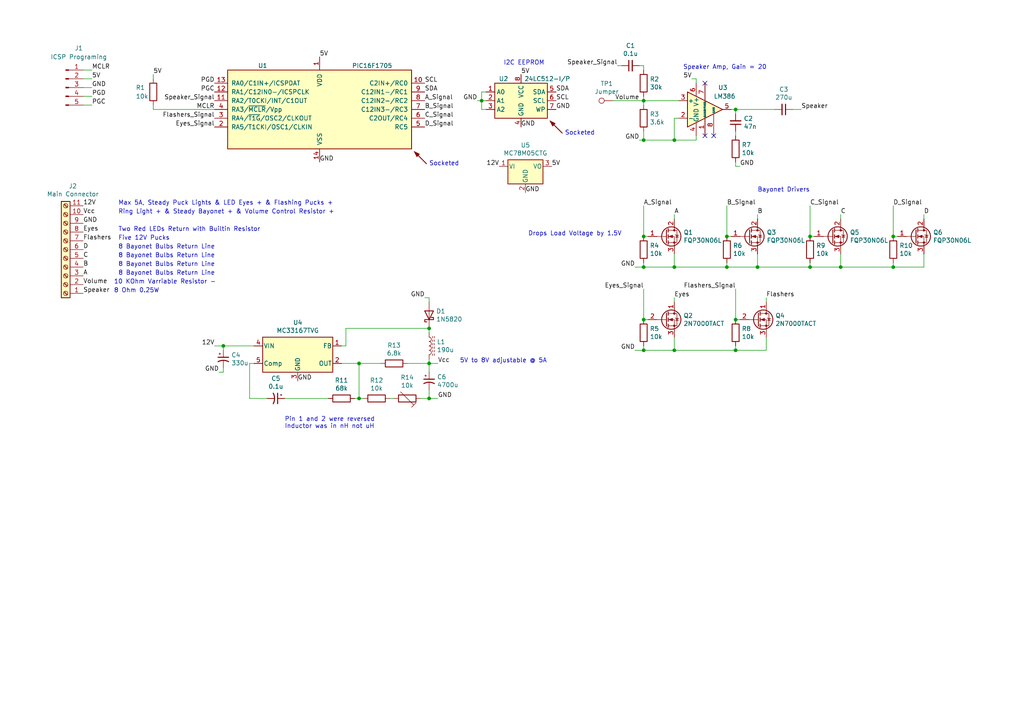
<source format=kicad_sch>
(kicad_sch (version 20231120) (generator "eeschema") (generator_version "8.0")
  (paper "A4")
  (lib_symbols
    (symbol "Amplifier_Audio:LM386" (pin_names (offset 0.127))
      (property "Reference" "U" (at 1.27 7.62 0))
      (property "Value" "LM386" (at 1.27 5.08 0))
      (symbol "LM386_0_1"
        (polyline (pts (xy 5.08 0) (xy -5.08 5.08) (xy -5.08 -5.08) (xy 5.08 0)) (stroke (width 0.254)) (fill (type background)))
      )
      (symbol "LM386_1_1"
        (pin input line (at 0 -7.62 90) (length 5.08) (name "GAIN") (number "1"))
        (pin input line (at -7.62 -2.54 0) (length 2.54) (name "-") (number "2"))
        (pin input line (at -7.62 2.54 0) (length 2.54) (name "+") (number "3"))
        (pin power_in line (at -2.54 -7.62 90) (length 3.81) (name "GND") (number "4"))
        (pin output line (at 7.62 0 180) (length 2.54) (name "~") (number "5"))
        (pin power_in line (at -2.54 7.62 270) (length 3.81) (name "V+") (number "6"))
        (pin input line (at 0 7.62 270) (length 5.08) (name "BYPASS") (number "7"))
        (pin input line (at 2.54 -7.62 90) (length 6.35) (name "GAIN") (number "8"))
      )
    )
    (symbol "Connector:Screw_Terminal_01x11" (pin_names (offset 1.016) hide)
      (property "Reference" "J" (at 0 15.24 0))
      (property "Value" "Screw_Terminal_01x11" (at 0 -15.24 0))
      (symbol "Screw_Terminal_01x11_1_1"
        (rectangle (start -1.27 13.97) (end 1.27 -13.97) (stroke (width 0.254)) (fill (type background)))
        (circle (center 0 -12.7) (radius 0.635) (stroke (width 0.1524)))
        (circle (center 0 -10.16) (radius 0.635) (stroke (width 0.1524)))
        (circle (center 0 -7.62) (radius 0.635) (stroke (width 0.1524)))
        (circle (center 0 -5.08) (radius 0.635) (stroke (width 0.1524)))
        (circle (center 0 -2.54) (radius 0.635) (stroke (width 0.1524)))
        (polyline (pts (xy -0.5334 -12.3698) (xy 0.3302 -13.208)) (stroke (width 0.1524)))
        (polyline (pts (xy -0.5334 -9.8298) (xy 0.3302 -10.668)) (stroke (width 0.1524)))
        (polyline (pts (xy -0.5334 -7.2898) (xy 0.3302 -8.128)) (stroke (width 0.1524)))
        (polyline (pts (xy -0.5334 -4.7498) (xy 0.3302 -5.588)) (stroke (width 0.1524)))
        (polyline (pts (xy -0.5334 -2.2098) (xy 0.3302 -3.048)) (stroke (width 0.1524)))
        (polyline (pts (xy -0.5334 0.3302) (xy 0.3302 -0.508)) (stroke (width 0.1524)))
        (polyline (pts (xy -0.5334 2.8702) (xy 0.3302 2.032)) (stroke (width 0.1524)))
        (polyline (pts (xy -0.5334 5.4102) (xy 0.3302 4.572)) (stroke (width 0.1524)))
        (polyline (pts (xy -0.5334 7.9502) (xy 0.3302 7.112)) (stroke (width 0.1524)))
        (polyline (pts (xy -0.5334 10.4902) (xy 0.3302 9.652)) (stroke (width 0.1524)))
        (polyline (pts (xy -0.5334 13.0302) (xy 0.3302 12.192)) (stroke (width 0.1524)))
        (polyline (pts (xy -0.3556 -12.192) (xy 0.508 -13.0302)) (stroke (width 0.1524)))
        (polyline (pts (xy -0.3556 -9.652) (xy 0.508 -10.4902)) (stroke (width 0.1524)))
        (polyline (pts (xy -0.3556 -7.112) (xy 0.508 -7.9502)) (stroke (width 0.1524)))
        (polyline (pts (xy -0.3556 -4.572) (xy 0.508 -5.4102)) (stroke (width 0.1524)))
        (polyline (pts (xy -0.3556 -2.032) (xy 0.508 -2.8702)) (stroke (width 0.1524)))
        (polyline (pts (xy -0.3556 0.508) (xy 0.508 -0.3302)) (stroke (width 0.1524)))
        (polyline (pts (xy -0.3556 3.048) (xy 0.508 2.2098)) (stroke (width 0.1524)))
        (polyline (pts (xy -0.3556 5.588) (xy 0.508 4.7498)) (stroke (width 0.1524)))
        (polyline (pts (xy -0.3556 8.128) (xy 0.508 7.2898)) (stroke (width 0.1524)))
        (polyline (pts (xy -0.3556 10.668) (xy 0.508 9.8298)) (stroke (width 0.1524)))
        (polyline (pts (xy -0.3556 13.208) (xy 0.508 12.3698)) (stroke (width 0.1524)))
        (circle (center 0 0) (radius 0.635) (stroke (width 0.1524)))
        (circle (center 0 2.54) (radius 0.635) (stroke (width 0.1524)))
        (circle (center 0 5.08) (radius 0.635) (stroke (width 0.1524)))
        (circle (center 0 7.62) (radius 0.635) (stroke (width 0.1524)))
        (circle (center 0 10.16) (radius 0.635) (stroke (width 0.1524)))
        (circle (center 0 12.7) (radius 0.635) (stroke (width 0.1524)))
        (pin passive line (at -5.08 12.7 0) (length 3.81) (name "Pin_1") (number "1"))
        (pin passive line (at -5.08 -10.16 0) (length 3.81) (name "Pin_10") (number "10"))
        (pin passive line (at -5.08 -12.7 0) (length 3.81) (name "Pin_11") (number "11"))
        (pin passive line (at -5.08 10.16 0) (length 3.81) (name "Pin_2") (number "2"))
        (pin passive line (at -5.08 7.62 0) (length 3.81) (name "Pin_3") (number "3"))
        (pin passive line (at -5.08 5.08 0) (length 3.81) (name "Pin_4") (number "4"))
        (pin passive line (at -5.08 2.54 0) (length 3.81) (name "Pin_5") (number "5"))
        (pin passive line (at -5.08 0 0) (length 3.81) (name "Pin_6") (number "6"))
        (pin passive line (at -5.08 -2.54 0) (length 3.81) (name "Pin_7") (number "7"))
        (pin passive line (at -5.08 -5.08 0) (length 3.81) (name "Pin_8") (number "8"))
        (pin passive line (at -5.08 -7.62 0) (length 3.81) (name "Pin_9") (number "9"))
      )
    )
    (symbol "Connector:TestPoint" (pin_numbers hide) (pin_names (offset 0.762) hide)
      (property "Reference" "TP" (at 0 6.858 0))
      (property "Value" "TestPoint" (at 0 5.08 0))
      (symbol "TestPoint_0_1"
        (circle (center 0 3.302) (radius 0.762))
      )
      (symbol "TestPoint_1_1"
        (pin passive line (at 0 0 90) (length 2.54) (name "1") (number "1"))
      )
    )
    (symbol "Device:C_Small" (pin_numbers hide) (pin_names (offset 0.254) hide)
      (property "Reference" "C" (at 0.254 1.778 0))
      (property "Value" "C_Small" (at 0.254 -2.032 0))
      (symbol "C_Small_0_1"
        (polyline (pts (xy -1.524 -0.508) (xy 1.524 -0.508)) (stroke (width 0.3302)))
        (polyline (pts (xy -1.524 0.508) (xy 1.524 0.508)) (stroke (width 0.3048)))
      )
      (symbol "C_Small_1_1"
        (pin passive line (at 0 2.54 270) (length 2.032) (name "~") (number "1"))
        (pin passive line (at 0 -2.54 90) (length 2.032) (name "~") (number "2"))
      )
    )
    (symbol "Device:Q_NMOS_DGS" (pin_names (offset 0) hide)
      (property "Reference" "Q" (at 5.08 1.27 0))
      (property "Value" "Q_NMOS_DGS" (at 5.08 -1.27 0))
      (symbol "Q_NMOS_DGS_0_1"
        (polyline (pts (xy 0.254 0) (xy -2.54 0)))
        (polyline (pts (xy 0.254 1.905) (xy 0.254 -1.905)) (stroke (width 0.254)))
        (polyline (pts (xy 0.762 -1.27) (xy 0.762 -2.286)) (stroke (width 0.254)))
        (polyline (pts (xy 0.762 0.508) (xy 0.762 -0.508)) (stroke (width 0.254)))
        (polyline (pts (xy 0.762 2.286) (xy 0.762 1.27)) (stroke (width 0.254)))
        (polyline (pts (xy 2.54 2.54) (xy 2.54 1.778)))
        (polyline (pts (xy 2.54 -2.54) (xy 2.54 0) (xy 0.762 0)))
        (polyline (pts (xy 0.762 -1.778) (xy 3.302 -1.778) (xy 3.302 1.778) (xy 0.762 1.778)))
        (polyline (pts (xy 1.016 0) (xy 2.032 0.381) (xy 2.032 -0.381) (xy 1.016 0)) (fill (type outline)))
        (polyline (pts (xy 2.794 0.508) (xy 2.921 0.381) (xy 3.683 0.381) (xy 3.81 0.254)))
        (polyline (pts (xy 3.302 0.381) (xy 2.921 -0.254) (xy 3.683 -0.254) (xy 3.302 0.381)))
        (circle (center 1.651 0) (radius 2.794) (stroke (width 0.254)))
        (circle (center 2.54 -1.778) (radius 0.254) (fill (type outline)))
        (circle (center 2.54 1.778) (radius 0.254) (fill (type outline)))
      )
      (symbol "Q_NMOS_DGS_1_1"
        (pin passive line (at 2.54 5.08 270) (length 2.54) (name "D") (number "1"))
        (pin input line (at -5.08 0 0) (length 2.54) (name "G") (number "2"))
        (pin passive line (at 2.54 -5.08 90) (length 2.54) (name "S") (number "3"))
      )
    )
    (symbol "Device:Q_NMOS_GDS" (pin_names (offset 0) hide)
      (property "Reference" "Q" (at 5.08 1.27 0))
      (property "Value" "Q_NMOS_GDS" (at 5.08 -1.27 0))
      (symbol "Q_NMOS_GDS_0_1"
        (polyline (pts (xy 0.254 0) (xy -2.54 0)))
        (polyline (pts (xy 0.254 1.905) (xy 0.254 -1.905)) (stroke (width 0.254)))
        (polyline (pts (xy 0.762 -1.27) (xy 0.762 -2.286)) (stroke (width 0.254)))
        (polyline (pts (xy 0.762 0.508) (xy 0.762 -0.508)) (stroke (width 0.254)))
        (polyline (pts (xy 0.762 2.286) (xy 0.762 1.27)) (stroke (width 0.254)))
        (polyline (pts (xy 2.54 2.54) (xy 2.54 1.778)))
        (polyline (pts (xy 2.54 -2.54) (xy 2.54 0) (xy 0.762 0)))
        (polyline (pts (xy 0.762 -1.778) (xy 3.302 -1.778) (xy 3.302 1.778) (xy 0.762 1.778)))
        (polyline (pts (xy 1.016 0) (xy 2.032 0.381) (xy 2.032 -0.381) (xy 1.016 0)) (fill (type outline)))
        (polyline (pts (xy 2.794 0.508) (xy 2.921 0.381) (xy 3.683 0.381) (xy 3.81 0.254)))
        (polyline (pts (xy 3.302 0.381) (xy 2.921 -0.254) (xy 3.683 -0.254) (xy 3.302 0.381)))
        (circle (center 1.651 0) (radius 2.794) (stroke (width 0.254)))
        (circle (center 2.54 -1.778) (radius 0.254) (fill (type outline)))
        (circle (center 2.54 1.778) (radius 0.254) (fill (type outline)))
      )
      (symbol "Q_NMOS_GDS_1_1"
        (pin input line (at -5.08 0 0) (length 2.54) (name "G") (number "1"))
        (pin passive line (at 2.54 5.08 270) (length 2.54) (name "D") (number "2"))
        (pin passive line (at 2.54 -5.08 90) (length 2.54) (name "S") (number "3"))
      )
    )
    (symbol "Device:R" (pin_numbers hide) (pin_names (offset 0))
      (property "Reference" "R" (at 2.032 0 90))
      (property "Value" "R" (at 0 0 90))
      (symbol "R_0_1"
        (rectangle (start -1.016 -2.54) (end 1.016 2.54) (stroke (width 0.254)))
      )
      (symbol "R_1_1"
        (pin passive line (at 0 3.81 270) (length 1.27) (name "~") (number "1"))
        (pin passive line (at 0 -3.81 90) (length 1.27) (name "~") (number "2"))
      )
    )
    (symbol "Diode:1N5820" (pin_numbers hide) (pin_names (offset 1.016) hide)
      (property "Reference" "D" (at 0 2.54 0))
      (property "Value" "1N5820" (at 0 -2.54 0))
      (symbol "1N5820_0_1"
        (polyline (pts (xy 1.27 0) (xy -1.27 0)))
        (polyline (pts (xy 1.27 1.27) (xy 1.27 -1.27) (xy -1.27 0) (xy 1.27 1.27)) (stroke (width 0.254)))
        (polyline (pts (xy -1.905 0.635) (xy -1.905 1.27) (xy -1.27 1.27) (xy -1.27 -1.27) (xy -0.635 -1.27) (xy -0.635 -0.635)) (stroke (width 0.254)))
      )
      (symbol "1N5820_1_1"
        (pin passive line (at -3.81 0 0) (length 2.54) (name "K") (number "1"))
        (pin passive line (at 3.81 0 180) (length 2.54) (name "A") (number "2"))
      )
    )
    (symbol "Graphic:SYM_Arrow45_Normal" (in_bom no) (on_board no)
      (symbol "SYM_Arrow45_Normal_0_1"
        (polyline (pts (xy 1.524 -1.524) (xy -1.778 1.778)) (stroke (width 0.254)))
        (polyline (pts (xy 1.778 -1.778) (xy 0.254 -1.016) (xy 1.016 -0.254) (xy 1.778 -1.778)) (fill (type outline)))
      )
    )
    (symbol "MCU_Microchip_PIC16:PIC16F610-IP" (pin_names (offset 1.016))
      (property "Reference" "U" (at -25.4 15.24 0))
      (property "Value" "PIC16F610-IP" (at -25.4 12.7 0))
      (symbol "PIC16F610-IP_0_1"
        (rectangle (start -26.67 11.43) (end 26.67 -11.43) (stroke (width 0.254)) (fill (type background)))
      )
      (symbol "PIC16F610-IP_1_1"
        (pin power_in line (at 0 15.24 270) (length 3.81) (name "VDD") (number "1"))
        (pin bidirectional line (at 30.48 7.62 180) (length 3.81) (name "C2IN+/RC0") (number "10"))
        (pin bidirectional line (at -30.48 2.54 0) (length 3.81) (name "RA2/T0CKI/INT/C1OUT") (number "11"))
        (pin bidirectional line (at -30.48 5.08 0) (length 3.81) (name "RA1/C12IN0-/ICSPCLK") (number "12"))
        (pin bidirectional line (at -30.48 7.62 0) (length 3.81) (name "RA0/C1IN+/ICSPDAT") (number "13"))
        (pin power_in line (at 0 -15.24 90) (length 3.81) (name "VSS") (number "14"))
        (pin bidirectional line (at -30.48 -5.08 0) (length 3.81) (name "RA5/T1CKI/OSC1/CLKIN") (number "2"))
        (pin bidirectional line (at -30.48 -2.54 0) (length 3.81) (name "RA4/~{T1G}/OSC2/CLKOUT") (number "3"))
        (pin input line (at -30.48 0 0) (length 3.81) (name "RA3/~{MCLR}/Vpp") (number "4"))
        (pin bidirectional line (at 30.48 -5.08 180) (length 3.81) (name "RC5") (number "5"))
        (pin bidirectional line (at 30.48 -2.54 180) (length 3.81) (name "C2OUT/RC4") (number "6"))
        (pin bidirectional line (at 30.48 0 180) (length 3.81) (name "C12IN3-/RC3") (number "7"))
        (pin bidirectional line (at 30.48 2.54 180) (length 3.81) (name "C12IN2-/RC2") (number "8"))
        (pin bidirectional line (at 30.48 5.08 180) (length 3.81) (name "C12IN1-/RC1") (number "9"))
      )
    )
    (symbol "Memory_EEPROM:24LC256"
      (property "Reference" "U" (at -6.35 6.35 0))
      (property "Value" "24LC256" (at 1.27 6.35 0))
      (symbol "24LC256_1_1"
        (rectangle (start -7.62 5.08) (end 7.62 -5.08) (stroke (width 0.254)) (fill (type background)))
        (pin input line (at -10.16 2.54 0) (length 2.54) (name "A0") (number "1"))
        (pin input line (at -10.16 0 0) (length 2.54) (name "A1") (number "2"))
        (pin input line (at -10.16 -2.54 0) (length 2.54) (name "A2") (number "3"))
        (pin power_in line (at 0 -7.62 90) (length 2.54) (name "GND") (number "4"))
        (pin bidirectional line (at 10.16 2.54 180) (length 2.54) (name "SDA") (number "5"))
        (pin input line (at 10.16 0 180) (length 2.54) (name "SCL") (number "6"))
        (pin input line (at 10.16 -2.54 180) (length 2.54) (name "WP") (number "7"))
        (pin power_in line (at 0 7.62 270) (length 2.54) (name "VCC") (number "8"))
      )
    )
    (symbol "Regulator_Linear:MC78M05_TO252" (pin_names (offset 0.254))
      (property "Reference" "U" (at -3.81 3.175 0))
      (property "Value" "MC78M05_TO252" (at 0 3.175 0))
      (symbol "MC78M05_TO252_0_1"
        (rectangle (start -5.08 1.905) (end 5.08 -5.08) (stroke (width 0.254)) (fill (type background)))
      )
      (symbol "MC78M05_TO252_1_1"
        (pin power_in line (at -7.62 0 0) (length 2.54) (name "VI") (number "1"))
        (pin power_in line (at 0 -7.62 90) (length 2.54) (name "GND") (number "2"))
        (pin power_out line (at 7.62 0 180) (length 2.54) (name "VO") (number "3"))
      )
    )
    (symbol "Space Invaders-rescue:CP1_Small-Device" (pin_numbers hide) (pin_names (offset 0.254) hide)
      (property "Reference" "C" (at 0.254 1.778 0))
      (property "Value" "Device_CP1_Small" (at 0.254 -2.032 0))
      (symbol "CP1_Small-Device_0_1"
        (polyline (pts (xy -1.524 0.508) (xy 1.524 0.508)) (stroke (width 0.3048)))
        (polyline (pts (xy -1.27 1.524) (xy -0.762 1.524)))
        (polyline (pts (xy -1.016 1.27) (xy -1.016 1.778)))
        (arc (start 1.524 -0.762) (mid 0 -0.3734) (end -1.524 -0.762) (stroke (width 0.3048)))
      )
      (symbol "CP1_Small-Device_1_1"
        (pin passive line (at 0 2.54 270) (length 2.032) (name "~") (number "1"))
        (pin passive line (at 0 -2.54 90) (length 2.032) (name "~") (number "2"))
      )
    )
    (symbol "Space Invaders-rescue:Conn_01x05_Male-Connector" (pin_names (offset 1.016) hide)
      (property "Reference" "J" (at 0 7.62 0))
      (property "Value" "Connector_Conn_01x05_Male" (at 0 -7.62 0))
      (symbol "Conn_01x05_Male-Connector_1_1"
        (polyline (pts (xy 1.27 -5.08) (xy 0.8636 -5.08)) (stroke (width 0.1524)))
        (polyline (pts (xy 1.27 -2.54) (xy 0.8636 -2.54)) (stroke (width 0.1524)))
        (polyline (pts (xy 1.27 0) (xy 0.8636 0)) (stroke (width 0.1524)))
        (polyline (pts (xy 1.27 2.54) (xy 0.8636 2.54)) (stroke (width 0.1524)))
        (polyline (pts (xy 1.27 5.08) (xy 0.8636 5.08)) (stroke (width 0.1524)))
        (rectangle (start 0.8636 -4.953) (end 0 -5.207) (stroke (width 0.1524)) (fill (type outline)))
        (rectangle (start 0.8636 -2.413) (end 0 -2.667) (stroke (width 0.1524)) (fill (type outline)))
        (rectangle (start 0.8636 0.127) (end 0 -0.127) (stroke (width 0.1524)) (fill (type outline)))
        (rectangle (start 0.8636 2.667) (end 0 2.413) (stroke (width 0.1524)) (fill (type outline)))
        (rectangle (start 0.8636 5.207) (end 0 4.953) (stroke (width 0.1524)) (fill (type outline)))
        (pin passive line (at 5.08 5.08 180) (length 3.81) (name "Pin_1") (number "1"))
        (pin passive line (at 5.08 2.54 180) (length 3.81) (name "Pin_2") (number "2"))
        (pin passive line (at 5.08 0 180) (length 3.81) (name "Pin_3") (number "3"))
        (pin passive line (at 5.08 -2.54 180) (length 3.81) (name "Pin_4") (number "4"))
        (pin passive line (at 5.08 -5.08 180) (length 3.81) (name "Pin_5") (number "5"))
      )
    )
    (symbol "Space Invaders-rescue:L_Core_Ferrite-Device" (pin_numbers hide) (pin_names (offset 1.016) hide)
      (property "Reference" "L" (at -1.27 0 90))
      (property "Value" "Device_L_Core_Ferrite" (at 2.794 0 90))
      (symbol "L_Core_Ferrite-Device_0_1"
        (arc (start 0 -2.54) (mid 0.635 -1.905) (end 0 -1.27))
        (arc (start 0 -1.27) (mid 0.635 -0.635) (end 0 0))
        (polyline (pts (xy 1.016 -2.794) (xy 1.016 -2.286)))
        (polyline (pts (xy 1.016 -1.778) (xy 1.016 -1.27)))
        (polyline (pts (xy 1.016 -0.762) (xy 1.016 -0.254)))
        (polyline (pts (xy 1.016 0.254) (xy 1.016 0.762)))
        (polyline (pts (xy 1.016 1.27) (xy 1.016 1.778)))
        (polyline (pts (xy 1.016 2.286) (xy 1.016 2.794)))
        (polyline (pts (xy 1.524 -2.286) (xy 1.524 -2.794)))
        (polyline (pts (xy 1.524 -1.27) (xy 1.524 -1.778)))
        (polyline (pts (xy 1.524 -0.254) (xy 1.524 -0.762)))
        (polyline (pts (xy 1.524 0.762) (xy 1.524 0.254)))
        (polyline (pts (xy 1.524 1.778) (xy 1.524 1.27)))
        (polyline (pts (xy 1.524 2.794) (xy 1.524 2.286)))
        (arc (start 0 0) (mid 0.635 0.635) (end 0 1.27))
        (arc (start 0 1.27) (mid 0.635 1.905) (end 0 2.54))
      )
      (symbol "L_Core_Ferrite-Device_1_1"
        (pin passive line (at 0 3.81 270) (length 1.27) (name "1") (number "1"))
        (pin passive line (at 0 -3.81 90) (length 1.27) (name "2") (number "2"))
      )
    )
    (symbol "Space Invaders-rescue:RTRIM-Device" (pin_numbers hide) (pin_names (offset 0))
      (property "Reference" "R" (at 2.54 -2.54 90))
      (property "Value" "Device_RTRIM" (at -2.54 -0.635 90))
      (symbol "RTRIM-Device_0_1"
        (rectangle (start -1.016 -2.54) (end 1.016 2.54) (stroke (width 0.254)))
        (polyline (pts (xy -1.905 -1.905) (xy 1.905 1.905) (xy 2.54 1.27) (xy 1.27 2.54)))
      )
      (symbol "RTRIM-Device_1_1"
        (pin passive line (at 0 3.81 270) (length 1.27) (name "~") (number "1"))
        (pin passive line (at 0 -3.81 90) (length 1.27) (name "~") (number "2"))
      )
    )
    (symbol "mc33167tvg:MC33167TVG" (pin_names (offset 0.254))
      (property "Reference" "U" (at -10.16 6.35 0))
      (property "Value" "MC33167TVG" (at 0 6.35 0))
      (symbol "MC33167TVG_0_1"
        (rectangle (start -10.16 5.08) (end 10.16 -5.08) (stroke (width 0.254)) (fill (type background)))
      )
      (symbol "MC33167TVG_1_1"
        (pin input line (at 12.7 2.54 180) (length 2.54) (name "FB") (number "1"))
        (pin output line (at 12.7 -2.54 180) (length 2.54) (name "OUT") (number "2"))
        (pin power_in line (at 0 -7.62 90) (length 2.54) (name "GND") (number "3"))
        (pin power_in line (at -12.7 2.54 0) (length 2.54) (name "VIN") (number "4"))
        (pin input line (at -12.7 -2.54 0) (length 2.54) (name "Comp") (number "5"))
      )
    )
  )
  (junction (at 186.69 68.58))
  (junction (at 195.58 40.64))
  (junction (at 186.69 29.21))
  (junction (at 124.46 115.57))
  (junction (at 213.36 31.75))
  (junction (at 64.77 100.33))
  (junction (at 104.14 105.41))
  (junction (at 213.36 92.71))
  (junction (at 210.82 77.47))
  (junction (at 234.95 68.58))
  (junction (at 213.36 101.6))
  (junction (at 195.58 101.6))
  (junction (at 259.08 77.47))
  (junction (at 210.82 68.58))
  (junction (at 234.95 77.47))
  (junction (at 259.08 68.58))
  (junction (at 219.71 77.47))
  (junction (at 186.69 92.71))
  (junction (at 186.69 77.47))
  (junction (at 243.84 77.47))
  (junction (at 186.69 101.6))
  (junction (at 124.46 105.41))
  (junction (at 104.14 115.57))
  (junction (at 139.7 29.21))
  (junction (at 124.46 95.25))
  (junction (at 195.58 77.47))
  (junction (at 186.69 40.64))
  (no_connect (at 204.47 39.37))
  (no_connect (at 204.47 24.13))
  (no_connect (at 207.01 39.37))
  (wire (pts (xy 213.36 92.71) (xy 214.63 92.71)))
  (wire (pts (xy 186.69 83.82) (xy 186.69 92.71)))
  (wire (pts (xy 64.77 107.95) (xy 64.77 106.68)))
  (wire (pts (xy 229.87 31.75) (xy 232.41 31.75)))
  (wire (pts (xy 104.14 115.57) (xy 104.14 105.41)))
  (wire (pts (xy 219.71 73.66) (xy 219.71 77.47)))
  (wire (pts (xy 212.09 31.75) (xy 213.36 31.75)))
  (wire (pts (xy 210.82 77.47) (xy 219.71 77.47)))
  (wire (pts (xy 267.97 62.23) (xy 267.97 63.5)))
  (wire (pts (xy 243.84 73.66) (xy 243.84 77.47)))
  (wire (pts (xy 44.45 22.86) (xy 44.45 21.59)))
  (wire (pts (xy 195.58 73.66) (xy 195.58 77.47)))
  (wire (pts (xy 195.58 62.23) (xy 195.58 63.5)))
  (wire (pts (xy 219.71 77.47) (xy 234.95 77.47)))
  (wire (pts (xy 186.69 92.71) (xy 187.96 92.71)))
  (wire (pts (xy 186.69 30.48) (xy 186.69 29.21)))
  (wire (pts (xy 201.93 22.86) (xy 201.93 24.13)))
  (wire (pts (xy 99.06 100.33) (xy 100.33 100.33)))
  (wire (pts (xy 179.07 19.05) (xy 180.34 19.05)))
  (wire (pts (xy 100.33 95.25) (xy 124.46 95.25)))
  (wire (pts (xy 186.69 77.47) (xy 195.58 77.47)))
  (wire (pts (xy 195.58 97.79) (xy 195.58 101.6)))
  (wire (pts (xy 124.46 105.41) (xy 127 105.41)))
  (wire (pts (xy 195.58 40.64) (xy 201.93 40.64)))
  (wire (pts (xy 64.77 100.33) (xy 62.23 100.33)))
  (wire (pts (xy 99.06 105.41) (xy 104.14 105.41)))
  (wire (pts (xy 124.46 87.63) (xy 124.46 86.36)))
  (wire (pts (xy 24.13 25.4) (xy 26.67 25.4)))
  (wire (pts (xy 124.46 96.52) (xy 124.46 95.25)))
  (wire (pts (xy 73.66 105.41) (xy 72.39 105.41)))
  (wire (pts (xy 186.69 29.21) (xy 186.69 27.94)))
  (wire (pts (xy 186.69 29.21) (xy 196.85 29.21)))
  (wire (pts (xy 102.87 115.57) (xy 104.14 115.57)))
  (wire (pts (xy 26.67 22.86) (xy 24.13 22.86)))
  (wire (pts (xy 139.7 29.21) (xy 139.7 26.67)))
  (wire (pts (xy 24.13 27.94) (xy 26.67 27.94)))
  (wire (pts (xy 210.82 68.58) (xy 212.09 68.58)))
  (wire (pts (xy 24.13 30.48) (xy 26.67 30.48)))
  (wire (pts (xy 139.7 29.21) (xy 139.7 31.75)))
  (wire (pts (xy 243.84 77.47) (xy 259.08 77.47)))
  (wire (pts (xy 186.69 59.69) (xy 186.69 68.58)))
  (wire (pts (xy 124.46 86.36) (xy 123.19 86.36)))
  (wire (pts (xy 259.08 68.58) (xy 260.35 68.58)))
  (wire (pts (xy 139.7 29.21) (xy 140.97 29.21)))
  (wire (pts (xy 121.92 115.57) (xy 124.46 115.57)))
  (wire (pts (xy 104.14 105.41) (xy 110.49 105.41)))
  (wire (pts (xy 195.58 86.36) (xy 195.58 87.63)))
  (wire (pts (xy 214.63 48.26) (xy 213.36 48.26)))
  (wire (pts (xy 118.11 105.41) (xy 124.46 105.41)))
  (wire (pts (xy 124.46 105.41) (xy 124.46 104.14)))
  (wire (pts (xy 234.95 77.47) (xy 243.84 77.47)))
  (wire (pts (xy 243.84 62.23) (xy 243.84 63.5)))
  (wire (pts (xy 100.33 95.25) (xy 100.33 100.33)))
  (wire (pts (xy 184.15 101.6) (xy 186.69 101.6)))
  (wire (pts (xy 82.55 115.57) (xy 95.25 115.57)))
  (wire (pts (xy 24.13 20.32) (xy 26.67 20.32)))
  (wire (pts (xy 213.36 31.75) (xy 224.79 31.75)))
  (wire (pts (xy 195.58 34.29) (xy 195.58 40.64)))
  (wire (pts (xy 127 115.57) (xy 124.46 115.57)))
  (wire (pts (xy 210.82 59.69) (xy 210.82 68.58)))
  (wire (pts (xy 210.82 77.47) (xy 210.82 76.2)))
  (wire (pts (xy 114.3 115.57) (xy 113.03 115.57)))
  (wire (pts (xy 259.08 59.69) (xy 259.08 68.58)))
  (wire (pts (xy 139.7 26.67) (xy 140.97 26.67)))
  (wire (pts (xy 234.95 59.69) (xy 234.95 68.58)))
  (wire (pts (xy 73.66 100.33) (xy 64.77 100.33)))
  (wire (pts (xy 138.43 29.21) (xy 139.7 29.21)))
  (wire (pts (xy 213.36 101.6) (xy 213.36 100.33)))
  (wire (pts (xy 213.36 83.82) (xy 213.36 92.71)))
  (wire (pts (xy 140.97 31.75) (xy 139.7 31.75)))
  (wire (pts (xy 104.14 115.57) (xy 105.41 115.57)))
  (wire (pts (xy 44.45 31.75) (xy 44.45 30.48)))
  (wire (pts (xy 222.25 97.79) (xy 222.25 101.6)))
  (wire (pts (xy 177.8 29.21) (xy 186.69 29.21)))
  (wire (pts (xy 200.66 22.86) (xy 201.93 22.86)))
  (wire (pts (xy 259.08 77.47) (xy 267.97 77.47)))
  (wire (pts (xy 186.69 19.05) (xy 186.69 20.32)))
  (wire (pts (xy 213.36 33.02) (xy 213.36 31.75)))
  (wire (pts (xy 195.58 101.6) (xy 213.36 101.6)))
  (wire (pts (xy 222.25 86.36) (xy 222.25 87.63)))
  (wire (pts (xy 213.36 39.37) (xy 213.36 38.1)))
  (wire (pts (xy 219.71 62.23) (xy 219.71 63.5)))
  (wire (pts (xy 267.97 73.66) (xy 267.97 77.47)))
  (wire (pts (xy 186.69 101.6) (xy 186.69 100.33)))
  (wire (pts (xy 185.42 19.05) (xy 186.69 19.05)))
  (wire (pts (xy 213.36 101.6) (xy 222.25 101.6)))
  (wire (pts (xy 124.46 113.03) (xy 124.46 115.57)))
  (wire (pts (xy 64.77 101.6) (xy 64.77 100.33)))
  (wire (pts (xy 259.08 77.47) (xy 259.08 76.2)))
  (wire (pts (xy 195.58 77.47) (xy 210.82 77.47)))
  (wire (pts (xy 234.95 68.58) (xy 236.22 68.58)))
  (wire (pts (xy 184.15 77.47) (xy 186.69 77.47)))
  (wire (pts (xy 63.5 107.95) (xy 64.77 107.95)))
  (wire (pts (xy 213.36 48.26) (xy 213.36 46.99)))
  (wire (pts (xy 195.58 34.29) (xy 196.85 34.29)))
  (wire (pts (xy 185.42 40.64) (xy 186.69 40.64)))
  (wire (pts (xy 186.69 40.64) (xy 186.69 38.1)))
  (wire (pts (xy 186.69 101.6) (xy 195.58 101.6)))
  (wire (pts (xy 72.39 115.57) (xy 77.47 115.57)))
  (wire (pts (xy 186.69 68.58) (xy 187.96 68.58)))
  (wire (pts (xy 44.45 31.75) (xy 62.23 31.75)))
  (wire (pts (xy 234.95 77.47) (xy 234.95 76.2)))
  (wire (pts (xy 186.69 40.64) (xy 195.58 40.64)))
  (wire (pts (xy 186.69 77.47) (xy 186.69 76.2)))
  (wire (pts (xy 201.93 40.64) (xy 201.93 39.37)))
  (wire (pts (xy 72.39 105.41) (xy 72.39 115.57)))
  (wire (pts (xy 124.46 107.95) (xy 124.46 105.41)))
  (text "I2C EEPROM" (at 146.05 19.05 0) (effects (font (size 1.27 1.27)) (justify left bottom)))
  (text "Speaker Amp, Gain = 20" (at 198.12 20.32 0) (effects (font (size 1.27 1.27)) (justify left bottom)))
  (text "5V to 8V adjustable @ 5A" (at 133.35 105.41 0) (effects (font (size 1.27 1.27)) (justify left bottom)))
  (text "Five 12V Pucks" (at 34.29 69.85 0) (effects (font (size 1.27 1.27)) (justify left bottom)))
  (text "8 Bayonet Bulbs Return Line" (at 34.29 72.39 0) (effects (font (size 1.27 1.27)) (justify left bottom)))
  (text "Socketed" (at 124.46 48.26 0) (effects (font (size 1.27 1.27)) (justify left bottom)))
  (text "10 KOhm Varriable Resistor -" (at 33.02 82.55 0) (effects (font (size 1.27 1.27)) (justify left bottom)))
  (text "8 Bayonet Bulbs Return Line" (at 34.29 74.93 0) (effects (font (size 1.27 1.27)) (justify left bottom)))
  (text "Socketed" (at 163.83 39.37 0) (effects (font (size 1.27 1.27)) (justify left bottom)))
  (text "Two Red LEDs Return with Builtin Resistor" (at 34.29 67.31 0) (effects (font (size 1.27 1.27)) (justify left bottom)))
  (text "8 Ohm 0.25W" (at 33.02 85.09 0) (effects (font (size 1.27 1.27)) (justify left bottom)))
  (text "Bayonet Drivers" (at 219.71 55.88 0) (effects (font (size 1.27 1.27)) (justify left bottom)))
  (text "8 Bayonet Bulbs Return Line" (at 34.29 80.01 0) (effects (font (size 1.27 1.27)) (justify left bottom)))
  (text "Ring Light + & Steady Bayonet + & Volume Control Resistor +" (at 34.29 62.23 0) (effects (font (size 1.27 1.27)) (justify left bottom)))
  (text "Pin 1 and 2 were reversed\nInductor was in nH not uH" (at 82.55 124.46 0) (effects (font (size 1.27 1.27)) (justify left bottom)))
  (text "Max 5A, Steady Puck Lights & LED Eyes + & Flashing Pucks +" (at 34.29 59.69 0) (effects (font (size 1.27 1.27)) (justify left bottom)))
  (text "Drops Load Voltage by 1.5V" (at 180.34 68.58 0) (effects (font (size 1.27 1.27)) (justify right bottom)))
  (text "8 Bayonet Bulbs Return Line" (at 34.29 77.47 0) (effects (font (size 1.27 1.27)) (justify left bottom)))
  (label "GND" (at 184.15 101.6 180))
  (label "Vcc" (at 127 105.41 0))
  (label "SDA" (at 161.29 26.67 0))
  (label "B_Signal" (at 123.19 31.75 0))
  (label "C_Signal" (at 234.95 59.69 0))
  (label "GND" (at 161.29 31.75 0))
  (label "B_Signal" (at 210.82 59.69 0))
  (label "5V" (at 200.66 22.86 180))
  (label "PGC" (at 62.23 26.67 180))
  (label "5V" (at 92.71 16.51 0))
  (label "5V" (at 44.45 21.59 0))
  (label "Speaker_Signal" (at 62.23 29.21 180))
  (label "GND" (at 92.71 46.99 0))
  (label "SCL" (at 161.29 29.21 0))
  (label "GND" (at 86.36 110.49 0))
  (label "Eyes_Signal" (at 62.23 36.83 180))
  (label "Flashers_Signal" (at 62.23 34.29 180))
  (label "D_Signal" (at 259.08 59.69 0))
  (label "GND" (at 123.19 86.36 180))
  (label "Flashers" (at 24.13 69.85 0))
  (label "PGC" (at 26.67 30.48 0))
  (label "B" (at 24.13 77.47 0))
  (label "Eyes" (at 195.58 86.36 0))
  (label "SDA" (at 123.19 26.67 0))
  (label "Volume" (at 24.13 82.55 0))
  (label "12V" (at 24.13 59.69 0))
  (label "D" (at 24.13 72.39 0))
  (label "12V" (at 144.78 48.26 180))
  (label "Flashers" (at 222.25 86.36 0))
  (label "Speaker_Signal" (at 179.07 19.05 180))
  (label "Vcc" (at 24.13 62.23 0))
  (label "5V" (at 26.67 22.86 0))
  (label "A_Signal" (at 123.19 29.21 0))
  (label "Speaker" (at 24.13 85.09 0))
  (label "MCLR" (at 26.67 20.32 0))
  (label "GND" (at 26.67 25.4 0))
  (label "GND" (at 127 115.57 0))
  (label "5V" (at 160.02 48.26 0))
  (label "MCLR" (at 62.23 31.75 180))
  (label "GND" (at 184.15 77.47 180))
  (label "C" (at 24.13 74.93 0))
  (label "A" (at 195.58 62.23 0))
  (label "Speaker" (at 232.41 31.75 0))
  (label "GND" (at 138.43 29.21 180))
  (label "Flashers_Signal" (at 213.36 83.82 180))
  (label "PGD" (at 26.67 27.94 0))
  (label "Eyes" (at 24.13 67.31 0))
  (label "PGD" (at 62.23 24.13 180))
  (label "GND" (at 63.5 107.95 180))
  (label "GND" (at 151.13 36.83 0))
  (label "D_Signal" (at 123.19 36.83 0))
  (label "Volume" (at 185.42 29.21 180))
  (label "Eyes_Signal" (at 186.69 83.82 180))
  (label "A_Signal" (at 186.69 59.69 0))
  (label "C_Signal" (at 123.19 34.29 0))
  (label "B" (at 219.71 62.23 0))
  (label "SCL" (at 123.19 24.13 0))
  (label "D" (at 267.97 62.23 0))
  (label "GND" (at 24.13 64.77 0))
  (label "12V" (at 62.23 100.33 180))
  (label "GND" (at 185.42 40.64 180))
  (label "C" (at 243.84 62.23 0))
  (label "GND" (at 152.4 55.88 0))
  (label "A" (at 24.13 80.01 0))
  (label "GND" (at 214.63 48.26 0))
  (label "5V" (at 151.13 21.59 0))
  (symbol (lib_id "MCU_Microchip_PIC16:PIC16F610-IP") (at 92.71 31.75 0) (unit 1)
    (property "Reference" "U1" (at 76.2 19.05 0))
    (property "Value" "PIC16F1705" (at 107.95 19.05 0))
    (property "Footprint" "Package_DIP:DIP-14_W7.62mm" (effects (hide yes)))
    (property "Datasheet" "http://ww1.microchip.com/downloads/en/DeviceDoc/41288F.pdf" (effects (hide yes)))
    (property "Digikey" "PIC16F1705-I/P-ND" (effects (hide yes)))
  )
  (symbol (lib_id "Space Invaders-rescue:Conn_01x05_Male-Connector") (at 19.05 25.4 0) (unit 1)
    (property "Reference" "J1" (at 22.86 13.97 0))
    (property "Value" "ICSP Programing" (at 22.86 16.51 0))
    (property "Footprint" "Connector_PinHeader_2.54mm:PinHeader_1x05_P2.54mm_Vertical" (effects (hide yes)))
    (property "Digikey" "WM19491-ND" (effects (hide yes)))
  )
  (symbol (lib_id "Graphic:SYM_Arrow45_Normal") (at 121.92 45.72 180) (unit 1)
    (property "Reference" "SYM1" (effects (hide yes)))
    (property "Value" "Socket" (effects (hide yes)))
    (property "Digikey" "AE9989-ND" (effects (hide yes)))
  )
  (symbol (lib_id "Graphic:SYM_Arrow45_Normal") (at 161.29 36.83 180) (unit 1)
    (property "Reference" "SYM2" (effects (hide yes)))
    (property "Value" "Socket" (effects (hide yes)))
    (property "Digikey" "AE9986-ND" (effects (hide yes)))
  )
  (symbol (lib_id "Connector:Screw_Terminal_01x11") (at 19.05 72.39 180) (unit 1)
    (property "Reference" "J2" (at 21.1328 53.975 0))
    (property "Value" "Main Connector" (at 21.1328 56.2864 0))
    (property "Footprint" "TerminalBlock_Phoenix:TerminalBlock_Phoenix_MKDS-3-11-5.08_1x11_P5.08mm_Horizontal" (effects (hide yes)))
    (property "Digikey" "277-1586-ND" (effects (hide yes)))
  )
  (symbol (lib_id "Device:R") (at 44.45 26.67 0) (mirror y) (unit 1)
    (property "Reference" "R1" (at 39.37 25.4 0) (effects (justify right)))
    (property "Value" "10k" (at 39.37 27.94 0) (effects (justify right)))
    (property "Footprint" "Resistor_THT:R_Axial_DIN0207_L6.3mm_D2.5mm_P10.16mm_Horizontal" (effects (hide yes)))
    (property "Digikey" "13-MFR50SFTE52-10KCT-ND" (effects (hide yes)))
  )
  (symbol (lib_id "Memory_EEPROM:24LC256") (at 151.13 29.21 0) (unit 1)
    (property "Reference" "U2" (at 146.05 22.86 0))
    (property "Value" "24LC512-I/P" (at 158.75 22.86 0))
    (property "Footprint" "Package_DIP:DIP-8_W7.62mm" (effects (hide yes)))
    (property "Datasheet" "http://ww1.microchip.com/downloads/en/devicedoc/21203m.pdf" (effects (hide yes)))
    (property "Digikey" "24LC512-I/P-ND" (effects (hide yes)))
  )
  (symbol (lib_id "Amplifier_Audio:LM386") (at 204.47 31.75 0) (unit 1)
    (property "Reference" "U3" (at 208.28 25.4 0) (effects (justify left)))
    (property "Value" "LM386" (at 207.01 27.94 0) (effects (justify left)))
    (property "Footprint" "Package_DIP:DIP-8_W7.62mm" (effects (hide yes)))
    (property "Datasheet" "http://www.ti.com/lit/ds/symlink/lm386.pdf" (effects (hide yes)))
    (property "Digikey" "296-44414-5-ND" (effects (hide yes)))
  )
  (symbol (lib_id "Device:C_Small") (at 227.33 31.75 270) (unit 1)
    (property "Reference" "C3" (at 227.33 25.9334 90))
    (property "Value" "270u" (at 227.33 28.2448 90))
    (property "Footprint" "Capacitor_THT:CP_Radial_D8.0mm_P3.50mm" (effects (hide yes)))
    (property "Digikey" "493-5019-1-ND" (effects (hide yes)))
  )
  (symbol (lib_id "Device:R") (at 186.69 24.13 0) (unit 1)
    (property "Reference" "R2" (at 188.468 22.9616 0) (effects (justify left)))
    (property "Value" "30k" (at 188.468 25.273 0) (effects (justify left)))
    (property "Footprint" "Resistor_THT:R_Axial_DIN0207_L6.3mm_D2.5mm_P10.16mm_Horizontal" (effects (hide yes)))
    (property "Digikey" "13-MFR-25FTE52-30KCT-ND" (effects (hide yes)))
  )
  (symbol (lib_id "Device:R") (at 186.69 34.29 0) (unit 1)
    (property "Reference" "R3" (at 188.468 33.1216 0) (effects (justify left)))
    (property "Value" "3.6k" (at 188.468 35.433 0) (effects (justify left)))
    (property "Footprint" "Resistor_THT:R_Axial_DIN0207_L6.3mm_D2.5mm_P10.16mm_Horizontal" (effects (hide yes)))
    (property "Digikey" "13-MFR-25FTE52-3K6CT-ND" (effects (hide yes)))
  )
  (symbol (lib_id "Device:C_Small") (at 213.36 35.56 180) (unit 1)
    (property "Reference" "C2" (at 215.6968 34.3916 0) (effects (justify right)))
    (property "Value" "47n" (at 215.6968 36.703 0) (effects (justify right)))
    (property "Footprint" "Capacitor_THT:C_Disc_D4.7mm_W2.5mm_P5.00mm" (effects (hide yes)))
    (property "Digikey" "BC2686CT-ND" (effects (hide yes)))
  )
  (symbol (lib_id "Device:R") (at 213.36 43.18 0) (unit 1)
    (property "Reference" "R7" (at 215.138 42.0116 0) (effects (justify left)))
    (property "Value" "10k" (at 215.138 44.323 0) (effects (justify left)))
    (property "Footprint" "Resistor_THT:R_Axial_DIN0207_L6.3mm_D2.5mm_P10.16mm_Horizontal" (effects (hide yes)))
    (property "Digikey" "13-MFR50SFTE52-10KCT-ND" (effects (hide yes)))
  )
  (symbol (lib_id "Device:C_Small") (at 182.88 19.05 90) (unit 1)
    (property "Reference" "C1" (at 182.88 13.2334 90))
    (property "Value" "0.1u" (at 182.88 15.5448 90))
    (property "Footprint" "Capacitor_THT:C_Disc_D3.8mm_W2.6mm_P2.50mm" (effects (hide yes)))
    (property "Digikey" "399-4151-ND" (effects (hide yes)))
  )
  (symbol (lib_id "Device:R") (at 186.69 72.39 180) (unit 1)
    (property "Reference" "R4" (at 188.468 71.2216 0) (effects (justify right)))
    (property "Value" "10k" (at 188.468 73.533 0) (effects (justify right)))
    (property "Footprint" "Resistor_THT:R_Axial_DIN0207_L6.3mm_D2.5mm_P10.16mm_Horizontal" (effects (hide yes)))
    (property "Digikey" "13-MFR50SFTE52-10KCT-ND" (effects (hide yes)))
  )
  (symbol (lib_id "Device:R") (at 210.82 72.39 180) (unit 1)
    (property "Reference" "R6" (at 212.598 71.2216 0) (effects (justify right)))
    (property "Value" "10k" (at 212.598 73.533 0) (effects (justify right)))
    (property "Footprint" "Resistor_THT:R_Axial_DIN0207_L6.3mm_D2.5mm_P10.16mm_Horizontal" (effects (hide yes)))
    (property "Digikey" "13-MFR50SFTE52-10KCT-ND" (effects (hide yes)))
  )
  (symbol (lib_id "Device:R") (at 234.95 72.39 180) (unit 1)
    (property "Reference" "R9" (at 236.728 71.2216 0) (effects (justify right)))
    (property "Value" "10k" (at 236.728 73.533 0) (effects (justify right)))
    (property "Footprint" "Resistor_THT:R_Axial_DIN0207_L6.3mm_D2.5mm_P10.16mm_Horizontal" (effects (hide yes)))
    (property "Digikey" "13-MFR50SFTE52-10KCT-ND" (effects (hide yes)))
  )
  (symbol (lib_id "Device:R") (at 259.08 72.39 180) (unit 1)
    (property "Reference" "R10" (at 260.858 71.2216 0) (effects (justify right)))
    (property "Value" "10k" (at 260.858 73.533 0) (effects (justify right)))
    (property "Footprint" "Resistor_THT:R_Axial_DIN0207_L6.3mm_D2.5mm_P10.16mm_Horizontal" (effects (hide yes)))
    (property "Digikey" "13-MFR50SFTE52-10KCT-ND" (effects (hide yes)))
  )
  (symbol (lib_id "Device:R") (at 186.69 96.52 180) (unit 1)
    (property "Reference" "R5" (at 188.468 95.3516 0) (effects (justify right)))
    (property "Value" "10k" (at 188.468 97.663 0) (effects (justify right)))
    (property "Footprint" "Resistor_THT:R_Axial_DIN0207_L6.3mm_D2.5mm_P10.16mm_Horizontal" (effects (hide yes)))
    (property "Digikey" "13-MFR50SFTE52-10KCT-ND" (effects (hide yes)))
  )
  (symbol (lib_id "Device:R") (at 213.36 96.52 180) (unit 1)
    (property "Reference" "R8" (at 215.138 95.3516 0) (effects (justify right)))
    (property "Value" "10k" (at 215.138 97.663 0) (effects (justify right)))
    (property "Footprint" "Resistor_THT:R_Axial_DIN0207_L6.3mm_D2.5mm_P10.16mm_Horizontal" (effects (hide yes)))
    (property "Digikey" "13-MFR50SFTE52-10KCT-ND" (effects (hide yes)))
  )
  (symbol (lib_id "Device:Q_NMOS_DGS") (at 193.04 92.71 0) (unit 1)
    (property "Reference" "Q2" (at 198.2216 91.5416 0) (effects (justify left)))
    (property "Value" "2N7000TACT" (at 198.2216 93.853 0) (effects (justify left)))
    (property "Footprint" "Package_TO_SOT_THT:TO-92_Inline" (effects (hide yes)))
    (property "Digikey" "2N7000TACT-ND" (effects (hide yes)))
  )
  (symbol (lib_id "Device:Q_NMOS_GDS") (at 193.04 68.58 0) (unit 1)
    (property "Reference" "Q1" (at 198.247 67.4116 0) (effects (justify left)))
    (property "Value" "FQP30N06L" (at 198.247 69.723 0) (effects (justify left)))
    (property "Footprint" "Package_TO_SOT_THT:TO-220-3_Vertical" (effects (hide yes)))
    (property "Digikey" "FQP30N06L-ND" (effects (hide yes)))
  )
  (symbol (lib_id "Device:Q_NMOS_GDS") (at 217.17 68.58 0) (unit 1)
    (property "Reference" "Q3" (at 222.377 67.4116 0) (effects (justify left)))
    (property "Value" "FQP30N06L" (at 222.377 69.723 0) (effects (justify left)))
    (property "Footprint" "Package_TO_SOT_THT:TO-220-3_Vertical" (effects (hide yes)))
    (property "Digikey" "FQP30N06L-ND" (effects (hide yes)))
  )
  (symbol (lib_id "Device:Q_NMOS_GDS") (at 241.3 68.58 0) (unit 1)
    (property "Reference" "Q5" (at 246.507 67.4116 0) (effects (justify left)))
    (property "Value" "FQP30N06L" (at 246.507 69.723 0) (effects (justify left)))
    (property "Footprint" "Package_TO_SOT_THT:TO-220-3_Vertical" (effects (hide yes)))
    (property "Digikey" "FQP30N06L-ND" (effects (hide yes)))
  )
  (symbol (lib_id "Device:Q_NMOS_GDS") (at 265.43 68.58 0) (unit 1)
    (property "Reference" "Q6" (at 270.637 67.4116 0) (effects (justify left)))
    (property "Value" "FQP30N06L" (at 270.637 69.723 0) (effects (justify left)))
    (property "Footprint" "Package_TO_SOT_THT:TO-220-3_Vertical" (effects (hide yes)))
    (property "Digikey" "FQP30N06L-ND" (effects (hide yes)))
  )
  (symbol (lib_id "Device:Q_NMOS_DGS") (at 219.71 92.71 0) (unit 1)
    (property "Reference" "Q4" (at 224.8916 91.5416 0) (effects (justify left)))
    (property "Value" "2N7000TACT" (at 224.8916 93.853 0) (effects (justify left)))
    (property "Footprint" "Package_TO_SOT_THT:TO-92_Inline" (effects (hide yes)))
    (property "Digikey" "2N7000TACT-ND" (effects (hide yes)))
  )
  (symbol (lib_id "Regulator_Linear:MC78M05_TO252") (at 152.4 48.26 0) (unit 1)
    (property "Reference" "U5" (at 152.4 42.1132 0))
    (property "Value" "MC78M05CTG" (at 152.4 44.4246 0))
    (property "Footprint" "Package_TO_SOT_THT:TO-220-3_Vertical" (effects (hide yes)))
    (property "Datasheet" "https://www.onsemi.com/pub/Collateral/MC78M00-D.PDF" (effects (hide yes)))
    (property "Digikey" "MC78M05BTGOS-ND" (effects (hide yes)))
  )
  (symbol (lib_id "mc33167tvg:MC33167TVG") (at 86.36 102.87 0) (unit 1)
    (property "Reference" "U4" (at 86.36 93.5482 0))
    (property "Value" "MC33167TVG" (at 86.36 95.8596 0))
    (property "Footprint" "Package_TO_SOT_THT:TO-220-5_Vertical" (effects (hide yes)))
    (property "Digikey" "MC33167TVGOS-ND" (effects (hide yes)))
  )
  (symbol (lib_id "Diode:1N5820") (at 124.46 91.44 90) (unit 1)
    (property "Reference" "D1" (at 126.492 90.2716 90) (effects (justify right)))
    (property "Value" "1N5820" (at 126.492 92.583 90) (effects (justify right)))
    (property "Footprint" "Diode_THT:D_DO-201AD_P15.24mm_Horizontal" (effects (hide yes)))
    (property "Datasheet" "http://www.vishay.com/docs/88526/1n5820.pdf" (effects (hide yes)))
    (property "Digikey" "1N5820-TPMSCT-ND" (effects (hide yes)))
  )
  (symbol (lib_id "Space Invaders-rescue:L_Core_Ferrite-Device") (at 124.46 100.33 0) (unit 1)
    (property "Reference" "L1" (at 126.6952 99.1616 0) (effects (justify left)))
    (property "Value" "190u" (at 126.6952 101.473 0) (effects (justify left)))
    (property "Footprint" "Inductor_THT:L_Axial_L9.5mm_D4.0mm_P15.24mm_Horizontal_Fastron_SMCC" (effects (hide yes)))
    (property "Digikey" "495-76015-1-ND" (effects (hide yes)))
  )
  (symbol (lib_id "Space Invaders-rescue:CP1_Small-Device") (at 124.46 110.49 0) (unit 1)
    (property "Reference" "C6" (at 126.7714 109.3216 0) (effects (justify left)))
    (property "Value" "4700u" (at 126.7714 111.633 0) (effects (justify left)))
    (property "Footprint" "Capacitor_THT:CP_Radial_D12.5mm_P5.00mm" (effects (hide yes)))
    (property "Digikey" "1189-1123-ND" (effects (hide yes)))
  )
  (symbol (lib_id "Space Invaders-rescue:CP1_Small-Device") (at 64.77 104.14 0) (unit 1)
    (property "Reference" "C4" (at 67.0814 102.9716 0) (effects (justify left)))
    (property "Value" "330u" (at 67.0814 105.283 0) (effects (justify left)))
    (property "Footprint" "Capacitor_THT:CP_Radial_D10.0mm_P5.00mm" (effects (hide yes)))
    (property "Digikey" "493-7053-1-ND" (effects (hide yes)))
  )
  (symbol (lib_id "Space Invaders-rescue:CP1_Small-Device") (at 80.01 115.57 270) (unit 1)
    (property "Reference" "C5" (at 80.01 109.7788 90))
    (property "Value" "0.1u" (at 80.01 112.0902 90))
    (property "Footprint" "Capacitor_THT:C_Disc_D3.8mm_W2.6mm_P2.50mm" (effects (hide yes)))
    (property "Digikey" "399-4151-ND" (effects (hide yes)))
  )
  (symbol (lib_id "Device:R") (at 99.06 115.57 270) (unit 1)
    (property "Reference" "R11" (at 99.06 110.3122 90))
    (property "Value" "68k" (at 99.06 112.6236 90))
    (property "Footprint" "Resistor_THT:R_Axial_DIN0207_L6.3mm_D2.5mm_P10.16mm_Horizontal" (effects (hide yes)))
    (property "Digikey" "13-MFR-25FTE52-68KCT-ND" (effects (hide yes)))
  )
  (symbol (lib_id "Device:R") (at 114.3 105.41 270) (unit 1)
    (property "Reference" "R13" (at 114.3 100.1522 90))
    (property "Value" "6.8k" (at 114.3 102.4636 90))
    (property "Footprint" "Resistor_THT:R_Axial_DIN0207_L6.3mm_D2.5mm_P10.16mm_Horizontal" (effects (hide yes)))
    (property "Digikey" "13-MFR-25FRF52-6K8CT-ND" (effects (hide yes)))
  )
  (symbol (lib_id "Space Invaders-rescue:RTRIM-Device") (at 118.11 115.57 270) (unit 1)
    (property "Reference" "R14" (at 118.11 109.474 90))
    (property "Value" "10k" (at 118.11 111.7854 90))
    (property "Footprint" "Potentiometer_THT:Potentiometer_Bourns_3386P_Vertical" (effects (hide yes)))
    (property "Digikey" "3362R-103LF-ND" (effects (hide yes)))
  )
  (symbol (lib_id "Device:R") (at 109.22 115.57 270) (unit 1)
    (property "Reference" "R12" (at 109.22 110.3122 90))
    (property "Value" "10k" (at 109.22 112.6236 90))
    (property "Footprint" "Resistor_THT:R_Axial_DIN0207_L6.3mm_D2.5mm_P10.16mm_Horizontal" (effects (hide yes)))
    (property "Digikey" "13-MFR50SFTE52-10KCT-ND" (effects (hide yes)))
  )
  (symbol (lib_id "Connector:TestPoint") (at 177.8 29.21 90) (unit 1)
    (property "Reference" "TP1" (at 175.9712 24.257 90))
    (property "Value" "Jumper" (at 175.9712 26.5684 90))
    (property "Footprint" "TestPoint:TestPoint_THTPad_D3.0mm_Drill1.5mm" (effects (hide yes)))
  )
)
</source>
